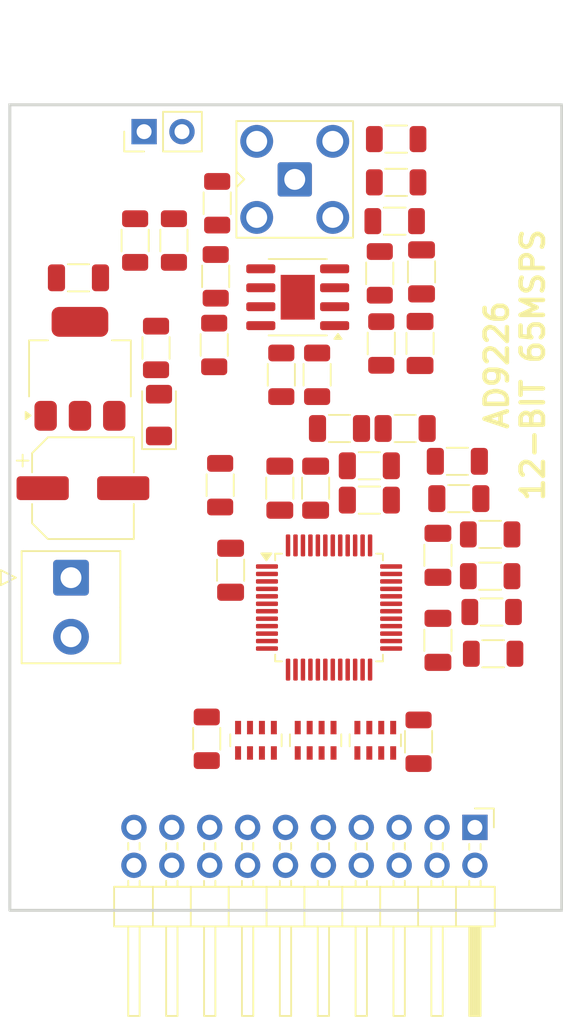
<source format=kicad_pcb>
(kicad_pcb (version 20240108) (generator "pcbnew") (generator_version "8.0")
  (layers (0 "F.Cu" signal) (31 "B.Cu" signal) (34 "B.Paste" user) (35 "F.Paste" user) (36 "B.SilkS" user "B.Silkscreen") (37 "F.SilkS" user "F.Silkscreen") (38 "B.Mask" user) (39 "F.Mask" user) (44 "Edge.Cuts" user))
  (net 0 "")
  (footprint "Resistor_SMD:R_1206_3216Metric" (layer "F.Cu") (at 88.4 92.7)
    (property "Reference" "REF**" (hide yes))
    (property "Value" "R_1206_3216Metric" (hide yes))
    (fp_line (start -0.727064 -0.91) (end 0.727064 -0.91) (stroke (width 0.12)) (layer "F.SilkS"))
    (fp_line (start -0.727064 0.91) (end 0.727064 0.91) (stroke (width 0.12)) (layer "F.SilkS"))
    (pad "1" smd roundrect (at -1.4625 0) (size 1.125 1.75) (layers "F.Cu" "F.Paste" "F.Mask") (roundrect_rratio 0.222222))
    (pad "2" smd roundrect (at 1.4625 0) (size 1.125 1.75) (layers "F.Cu" "F.Paste" "F.Mask") (roundrect_rratio 0.222222))
  )
  (footprint "Resistor_SMD:R_1206_3216Metric" (layer "F.Cu") (at 70.9 96.6 90)
    (property "Reference" "REF**" (hide yes))
    (property "Value" "R_1206_3216Metric" (hide yes))
    (fp_line (start -0.727064 -0.91) (end 0.727064 -0.91) (stroke (width 0.12)) (layer "F.SilkS"))
    (fp_line (start -0.727064 0.91) (end 0.727064 0.91) (stroke (width 0.12)) (layer "F.SilkS"))
    (pad "1" smd roundrect (at -1.4625 0 90) (size 1.125 1.75) (layers "F.Cu" "F.Paste" "F.Mask") (roundrect_rratio 0.222222))
    (pad "2" smd roundrect (at 1.4625 0 90) (size 1.125 1.75) (layers "F.Cu" "F.Paste" "F.Mask") (roundrect_rratio 0.222222))
  )
  (footprint "MountingHole:MountingHole_3.2mm_M3" (layer "F.Cu") (at 66.5 129.5)
    (property "Reference" "REF**" (hide yes))
    (property "Value" "MountingHole_3.2mm_M3" (hide yes))
    (pad "" np_thru_hole circle (at 0 0) (size 3.2 3.2) (drill 3.2) (layers "*.Cu" "*.Mask"))
  )
  (footprint "Resistor_SMD:R_1206_3216Metric" (layer "F.Cu") (at 94.9 124.3)
    (property "Reference" "REF**" (hide yes))
    (property "Value" "R_1206_3216Metric" (hide yes))
    (fp_line (start -0.727064 -0.91) (end 0.727064 -0.91) (stroke (width 0.12)) (layer "F.SilkS"))
    (fp_line (start -0.727064 0.91) (end 0.727064 0.91) (stroke (width 0.12)) (layer "F.SilkS"))
    (pad "1" smd roundrect (at -1.4625 0) (size 1.125 1.75) (layers "F.Cu" "F.Paste" "F.Mask") (roundrect_rratio 0.222222))
    (pad "2" smd roundrect (at 1.4625 0) (size 1.125 1.75) (layers "F.Cu" "F.Paste" "F.Mask") (roundrect_rratio 0.222222))
  )
  (footprint "Capacitor_SMD:C_1206_3216Metric" (layer "F.Cu") (at 84.6 109.2)
    (property "Reference" "REF**" (hide yes))
    (property "Value" "C_1206_3216Metric")
    (fp_line (start -0.711252 -0.91) (end 0.711252 -0.91) (stroke (width 0.12)) (layer "F.SilkS"))
    (fp_line (start -0.711252 0.91) (end 0.711252 0.91) (stroke (width 0.12)) (layer "F.SilkS"))
    (pad "1" smd roundrect (at -1.475 0) (size 1.15 1.8) (layers "F.Cu" "F.Paste" "F.Mask") (roundrect_rratio 0.217391))
    (pad "2" smd roundrect (at 1.475 0) (size 1.15 1.8) (layers "F.Cu" "F.Paste" "F.Mask") (roundrect_rratio 0.217391))
  )
  (footprint "Resistor_SMD:R_1206_3216Metric" (layer "F.Cu") (at 83.1 105.6 90)
    (property "Reference" "REF**" (hide yes))
    (property "Value" "R_1206_3216Metric")
    (fp_line (start -0.727064 -0.91) (end 0.727064 -0.91) (stroke (width 0.12)) (layer "F.SilkS"))
    (fp_line (start -0.727064 0.91) (end 0.727064 0.91) (stroke (width 0.12)) (layer "F.SilkS"))
    (pad "1" smd roundrect (at -1.4625 0 90) (size 1.125 1.75) (layers "F.Cu" "F.Paste" "F.Mask") (roundrect_rratio 0.222222))
    (pad "2" smd roundrect (at 1.4625 0 90) (size 1.125 1.75) (layers "F.Cu" "F.Paste" "F.Mask") (roundrect_rratio 0.222222))
  )
  (footprint "Capacitor_SMD:CP_Elec_6.3x7.7" (layer "F.Cu") (at 67.4 113.2)
    (property "Reference" "REF**" (hide yes))
    (property "Value" "CP_Elec_6.3x7.7" (hide yes))
    (fp_line (start -4.4375 -1.8475) (end -3.65 -1.8475) (stroke (width 0.12)) (layer "F.SilkS"))
    (fp_line (start -4.04375 -2.24125) (end -4.04375 -1.45375) (stroke (width 0.12)) (layer "F.SilkS"))
    (fp_line (start -3.41 -2.345563) (end -3.41 -1.06) (stroke (width 0.12)) (layer "F.SilkS"))
    (fp_line (start -3.41 -2.345563) (end -2.345563 -3.41) (stroke (width 0.12)) (layer "F.SilkS"))
    (fp_line (start -3.41 2.345563) (end -3.41 1.06) (stroke (width 0.12)) (layer "F.SilkS"))
    (fp_line (start -3.41 2.345563) (end -2.345563 3.41) (stroke (width 0.12)) (layer "F.SilkS"))
    (fp_line (start -2.345563 -3.41) (end 3.41 -3.41) (stroke (width 0.12)) (layer "F.SilkS"))
    (fp_line (start -2.345563 3.41) (end 3.41 3.41) (stroke (width 0.12)) (layer "F.SilkS"))
    (fp_line (start 3.41 -3.41) (end 3.41 -1.06) (stroke (width 0.12)) (layer "F.SilkS"))
    (fp_line (start 3.41 3.41) (end 3.41 1.06) (stroke (width 0.12)) (layer "F.SilkS"))
    (pad "1" smd roundrect (at -2.7 0) (size 3.5 1.6) (layers "F.Cu" "F.Paste" "F.Mask") (roundrect_rratio 0.15625))
    (pad "2" smd roundrect (at 2.7 0) (size 3.5 1.6) (layers "F.Cu" "F.Paste" "F.Mask") (roundrect_rratio 0.15625))
  )
  (footprint "Resistor_SMD:R_1206_3216Metric" (layer "F.Cu") (at 73.5 96.6 90)
    (property "Reference" "REF**" (hide yes))
    (property "Value" "R_1206_3216Metric")
    (fp_line (start -0.727064 -0.91) (end 0.727064 -0.91) (stroke (width 0.12)) (layer "F.SilkS"))
    (fp_line (start -0.727064 0.91) (end 0.727064 0.91) (stroke (width 0.12)) (layer "F.SilkS"))
    (pad "1" smd roundrect (at -1.4625 0 90) (size 1.125 1.75) (layers "F.Cu" "F.Paste" "F.Mask") (roundrect_rratio 0.222222))
    (pad "2" smd roundrect (at 1.4625 0 90) (size 1.125 1.75) (layers "F.Cu" "F.Paste" "F.Mask") (roundrect_rratio 0.222222))
  )
  (footprint "MountingHole:MountingHole_3.2mm_M3" (layer "F.Cu") (at 95.5 129.5)
    (property "Reference" "REF**" (hide yes))
    (property "Value" "MountingHole_3.2mm_M3" (hide yes))
    (pad "" np_thru_hole circle (at 0 0) (size 3.2 3.2) (drill 3.2) (layers "*.Cu" "*.Mask"))
  )
  (footprint "Package_SO:SOIC-8-1EP_3.9x4.9mm_P1.27mm_EP2.29x3mm" (layer "F.Cu") (at 81.8 100.4 180)
    (property "Reference" "REF**" (hide yes))
    (property "Value" "SOIC-8-1EP_3.9x4.9mm_P1.27mm_EP2.29x3mm" (hide yes))
    (fp_line (start 0 2.56) (end 1.95 2.56) (stroke (width 0.12)) (layer "F.SilkS"))
    (fp_line (start 0 2.56) (end -1.95 2.56) (stroke (width 0.12)) (layer "F.SilkS"))
    (fp_line (start 0 -2.56) (end 1.95 -2.56) (stroke (width 0.12)) (layer "F.SilkS"))
    (fp_line (start 0 -2.56) (end -1.95 -2.56) (stroke (width 0.12)) (layer "F.SilkS"))
    (fp_poly (pts (xy -2.7 -2.465) (xy -2.94 -2.795) (xy -2.46 -2.795) (xy -2.7 -2.465)) (stroke (width 0.12)) (fill solid) (layer "F.SilkS"))
    (pad "1" smd roundrect (at -2.475 -1.905 180) (size 1.95 0.6) (layers "F.Cu" "F.Paste" "F.Mask"))
    (pad "2" smd roundrect (at -2.475 -0.635 180) (size 1.95 0.6) (layers "F.Cu" "F.Paste" "F.Mask"))
    (pad "3" smd roundrect (at -2.475 0.635 180) (size 1.95 0.6) (layers "F.Cu" "F.Paste" "F.Mask"))
    (pad "4" smd roundrect (at -2.475 1.905 180) (size 1.95 0.6) (layers "F.Cu" "F.Paste" "F.Mask"))
    (pad "5" smd roundrect (at 2.475 1.905 180) (size 1.95 0.6) (layers "F.Cu" "F.Paste" "F.Mask"))
    (pad "6" smd roundrect (at 2.475 0.635 180) (size 1.95 0.6) (layers "F.Cu" "F.Paste" "F.Mask"))
    (pad "7" smd roundrect (at 2.475 -0.635 180) (size 1.95 0.6) (layers "F.Cu" "F.Paste" "F.Mask"))
    (pad "8" smd roundrect (at 2.475 -1.905 180) (size 1.95 0.6) (layers "F.Cu" "F.Paste" "F.Mask"))
    (pad "9" smd rect (at 0 0 180) (size 2.29 3) (property pad_prop_heatsink) (layers "F.Cu" "F.Mask"))
  )
  (footprint "Capacitor_SMD:C_1206_3216Metric" (layer "F.Cu") (at 92.5 111.4)
    (property "Reference" "REF**" (hide yes))
    (property "Value" "C_1206_3216Metric" (hide yes))
    (fp_line (start -0.711252 -0.91) (end 0.711252 -0.91) (stroke (width 0.12)) (layer "F.SilkS"))
    (fp_line (start -0.711252 0.91) (end 0.711252 0.91) (stroke (width 0.12)) (layer "F.SilkS"))
    (pad "1" smd roundrect (at -1.475 0) (size 1.15 1.8) (layers "F.Cu" "F.Paste" "F.Mask") (roundrect_rratio 0.217391))
    (pad "2" smd roundrect (at 1.475 0) (size 1.15 1.8) (layers "F.Cu" "F.Paste" "F.Mask") (roundrect_rratio 0.217391))
  )
  (footprint "Capacitor_SMD:C_1206_3216Metric" (layer "F.Cu") (at 86.6 114)
    (property "Reference" "REF**" (hide yes))
    (property "Value" "C_1206_3216Metric")
    (fp_line (start -0.711252 -0.91) (end 0.711252 -0.91) (stroke (width 0.12)) (layer "F.SilkS"))
    (fp_line (start -0.711252 0.91) (end 0.711252 0.91) (stroke (width 0.12)) (layer "F.SilkS"))
    (pad "1" smd roundrect (at -1.475 0) (size 1.15 1.8) (layers "F.Cu" "F.Paste" "F.Mask") (roundrect_rratio 0.217391))
    (pad "2" smd roundrect (at 1.475 0) (size 1.15 1.8) (layers "F.Cu" "F.Paste" "F.Mask") (roundrect_rratio 0.217391))
  )
  (footprint "Capacitor_SMD:C_1206_3216Metric" (layer "F.Cu") (at 83 113.2 90)
    (property "Reference" "REF**" (hide yes))
    (property "Value" "C_1206_3216Metric" (hide yes))
    (fp_line (start -0.711252 -0.91) (end 0.711252 -0.91) (stroke (width 0.12)) (layer "F.SilkS"))
    (fp_line (start -0.711252 0.91) (end 0.711252 0.91) (stroke (width 0.12)) (layer "F.SilkS"))
    (pad "1" smd roundrect (at -1.475 0 90) (size 1.15 1.8) (layers "F.Cu" "F.Paste" "F.Mask") (roundrect_rratio 0.217391))
    (pad "2" smd roundrect (at 1.475 0 90) (size 1.15 1.8) (layers "F.Cu" "F.Paste" "F.Mask") (roundrect_rratio 0.217391))
  )
  (footprint "Resistor_SMD:R_1206_3216Metric" (layer "F.Cu") (at 94.7 116.3)
    (property "Reference" "REF**" (hide yes))
    (property "Value" "R_1206_3216Metric" (hide yes))
    (fp_line (start -0.727064 -0.91) (end 0.727064 -0.91) (stroke (width 0.12)) (layer "F.SilkS"))
    (fp_line (start -0.727064 0.91) (end 0.727064 0.91) (stroke (width 0.12)) (layer "F.SilkS"))
    (pad "1" smd roundrect (at -1.4625 0) (size 1.125 1.75) (layers "F.Cu" "F.Paste" "F.Mask") (roundrect_rratio 0.222222))
    (pad "2" smd roundrect (at 1.4625 0) (size 1.125 1.75) (layers "F.Cu" "F.Paste" "F.Mask") (roundrect_rratio 0.222222))
  )
  (footprint "Resistor_SMD:R_1206_3216Metric" (layer "F.Cu") (at 75.7 130 90)
    (property "Reference" "REF**" (hide yes))
    (property "Value" "R_1206_3216Metric" (hide yes))
    (fp_line (start -0.727064 -0.91) (end 0.727064 -0.91) (stroke (width 0.12)) (layer "F.SilkS"))
    (fp_line (start -0.727064 0.91) (end 0.727064 0.91) (stroke (width 0.12)) (layer "F.SilkS"))
    (pad "1" smd roundrect (at -1.4625 0 90) (size 1.125 1.75) (layers "F.Cu" "F.Paste" "F.Mask") (roundrect_rratio 0.222222))
    (pad "2" smd roundrect (at 1.4625 0 90) (size 1.125 1.75) (layers "F.Cu" "F.Paste" "F.Mask") (roundrect_rratio 0.222222))
  )
  (footprint "LED_SMD:LED_1206_3216Metric" (layer "F.Cu") (at 72.5 108.3 90)
    (property "Reference" "REF**" (hide yes))
    (property "Value" "LED_1206_3216Metric" (hide yes))
    (fp_line (start 1.6 -1.135) (end -2.285 -1.135) (stroke (width 0.12)) (layer "F.SilkS"))
    (fp_line (start -2.285 -1.135) (end -2.285 1.135) (stroke (width 0.12)) (layer "F.SilkS"))
    (fp_line (start -2.285 1.135) (end 1.6 1.135) (stroke (width 0.12)) (layer "F.SilkS"))
    (pad "1" smd roundrect (at -1.4 0 90) (size 1.25 1.75) (layers "F.Cu" "F.Paste" "F.Mask") (roundrect_rratio 0.2))
    (pad "2" smd roundrect (at 1.4 0 90) (size 1.25 1.75) (layers "F.Cu" "F.Paste" "F.Mask") (roundrect_rratio 0.2))
  )
  (footprint "Connector_PinHeader_2.54mm:PinHeader_1x02_P2.54mm_Vertical" (layer "F.Cu") (at 71.5 89.3 90)
    (property "Reference" "REF**" (hide yes))
    (property "Value" "PinHeader_1x02_P2.54mm_Vertical" (hide yes))
    (fp_line (start -1.33 -1.33) (end 0 -1.33) (stroke (width 0.12)) (layer "F.SilkS"))
    (fp_line (start -1.33 0) (end -1.33 -1.33) (stroke (width 0.12)) (layer "F.SilkS"))
    (fp_line (start 1.33 1.27) (end 1.33 3.87) (stroke (width 0.12)) (layer "F.SilkS"))
    (fp_line (start -1.33 1.27) (end 1.33 1.27) (stroke (width 0.12)) (layer "F.SilkS"))
    (fp_line (start -1.33 1.27) (end -1.33 3.87) (stroke (width 0.12)) (layer "F.SilkS"))
    (fp_line (start -1.33 3.87) (end 1.33 3.87) (stroke (width 0.12)) (layer "F.SilkS"))
    (pad "1" thru_hole rect (at 0 0 90) (size 1.7 1.7) (drill 1) (layers "*.Cu" "*.Mask"))
    (pad "2" thru_hole oval (at 0 2.54 90) (size 1.7 1.7) (drill 1) (layers "*.Cu" "*.Mask"))
  )
  (footprint "Capacitor_SMD:C_1206_3216Metric" (layer "F.Cu") (at 77.3 118.7 90)
    (property "Reference" "REF**" (hide yes))
    (property "Value" "C_1206_3216Metric" (hide yes))
    (fp_line (start -0.711252 -0.91) (end 0.711252 -0.91) (stroke (width 0.12)) (layer "F.SilkS"))
    (fp_line (start -0.711252 0.91) (end 0.711252 0.91) (stroke (width 0.12)) (layer "F.SilkS"))
    (pad "1" smd roundrect (at -1.475 0 90) (size 1.15 1.8) (layers "F.Cu" "F.Paste" "F.Mask") (roundrect_rratio 0.217391))
    (pad "2" smd roundrect (at 1.475 0 90) (size 1.15 1.8) (layers "F.Cu" "F.Paste" "F.Mask") (roundrect_rratio 0.217391))
  )
  (footprint "Resistor_SMD:R_1206_3216Metric" (layer "F.Cu") (at 88.4 89.8)
    (property "Reference" "REF**" (hide yes))
    (property "Value" "R_1206_3216Metric" (hide yes))
    (fp_line (start -0.727064 -0.91) (end 0.727064 -0.91) (stroke (width 0.12)) (layer "F.SilkS"))
    (fp_line (start -0.727064 0.91) (end 0.727064 0.91) (stroke (width 0.12)) (layer "F.SilkS"))
    (pad "1" smd roundrect (at -1.4625 0) (size 1.125 1.75) (layers "F.Cu" "F.Paste" "F.Mask") (roundrect_rratio 0.222222))
    (pad "2" smd roundrect (at 1.4625 0) (size 1.125 1.75) (layers "F.Cu" "F.Paste" "F.Mask") (roundrect_rratio 0.222222))
  )
  (footprint "Resistor_SMD:R_1206_3216Metric" (layer "F.Cu") (at 94.7 119.1)
    (property "Reference" "REF**" (hide yes))
    (property "Value" "R_1206_3216Metric" (hide yes))
    (fp_line (start -0.727064 -0.91) (end 0.727064 -0.91) (stroke (width 0.12)) (layer "F.SilkS"))
    (fp_line (start -0.727064 0.91) (end 0.727064 0.91) (stroke (width 0.12)) (layer "F.SilkS"))
    (pad "1" smd roundrect (at -1.4625 0) (size 1.125 1.75) (layers "F.Cu" "F.Paste" "F.Mask") (roundrect_rratio 0.222222))
    (pad "2" smd roundrect (at 1.4625 0) (size 1.125 1.75) (layers "F.Cu" "F.Paste" "F.Mask") (roundrect_rratio 0.222222))
  )
  (footprint "Capacitor_SMD:C_1206_3216Metric" (layer "F.Cu") (at 80.6 113.2 90)
    (property "Reference" "REF**" (hide yes))
    (property "Value" "C_1206_3216Metric" (hide yes))
    (fp_line (start -0.711252 -0.91) (end 0.711252 -0.91) (stroke (width 0.12)) (layer "F.SilkS"))
    (fp_line (start -0.711252 0.91) (end 0.711252 0.91) (stroke (width 0.12)) (layer "F.SilkS"))
    (pad "1" smd roundrect (at -1.475 0 90) (size 1.15 1.8) (layers "F.Cu" "F.Paste" "F.Mask") (roundrect_rratio 0.217391))
    (pad "2" smd roundrect (at 1.475 0 90) (size 1.15 1.8) (layers "F.Cu" "F.Paste" "F.Mask") (roundrect_rratio 0.217391))
  )
  (footprint "Resistor_SMD:R_1206_3216Metric" (layer "F.Cu") (at 87.4 103.5 90)
    (property "Reference" "REF**" (hide yes))
    (property "Value" "R_1206_3216Metric")
    (fp_line (start -0.727064 -0.91) (end 0.727064 -0.91) (stroke (width 0.12)) (layer "F.SilkS"))
    (fp_line (start -0.727064 0.91) (end 0.727064 0.91) (stroke (width 0.12)) (layer "F.SilkS"))
    (pad "1" smd roundrect (at -1.4625 0 90) (size 1.125 1.75) (layers "F.Cu" "F.Paste" "F.Mask") (roundrect_rratio 0.222222))
    (pad "2" smd roundrect (at 1.4625 0 90) (size 1.125 1.75) (layers "F.Cu" "F.Paste" "F.Mask") (roundrect_rratio 0.222222))
  )
  (footprint "Capacitor_SMD:C_1206_3216Metric" (layer "F.Cu") (at 89 109.2)
    (property "Reference" "REF**" (hide yes))
    (property "Value" "C_1206_3216Metric" (hide yes))
    (fp_line (start -0.711252 -0.91) (end 0.711252 -0.91) (stroke (width 0.12)) (layer "F.SilkS"))
    (fp_line (start -0.711252 0.91) (end 0.711252 0.91) (stroke (width 0.12)) (layer "F.SilkS"))
    (pad "1" smd roundrect (at -1.475 0) (size 1.15 1.8) (layers "F.Cu" "F.Paste" "F.Mask") (roundrect_rratio 0.217391))
    (pad "2" smd roundrect (at 1.475 0) (size 1.15 1.8) (layers "F.Cu" "F.Paste" "F.Mask") (roundrect_rratio 0.217391))
  )
  (footprint "Resistor_SMD:R_1206_3216Metric" (layer "F.Cu") (at 87.3 98.8 90)
    (property "Reference" "REF**" (hide yes))
    (property "Value" "R_1206_3216Metric")
    (fp_line (start -0.727064 -0.91) (end 0.727064 -0.91) (stroke (width 0.12)) (layer "F.SilkS"))
    (fp_line (start -0.727064 0.91) (end 0.727064 0.91) (stroke (width 0.12)) (layer "F.SilkS"))
    (pad "1" smd roundrect (at -1.4625 0 90) (size 1.125 1.75) (layers "F.Cu" "F.Paste" "F.Mask") (roundrect_rratio 0.222222))
    (pad "2" smd roundrect (at 1.4625 0 90) (size 1.125 1.75) (layers "F.Cu" "F.Paste" "F.Mask") (roundrect_rratio 0.222222))
  )
  (footprint "Resistor_SMD:R_Array_Concave_4x0603" (layer "F.Cu") (at 87 130.1 90)
    (property "Reference" "REF**" (hide yes))
    (property "Value" "R_Array_Concave_4x0603" (hide yes))
    (fp_line (start 0.4 -1.72) (end -0.4 -1.72) (stroke (width 0.12)) (layer "F.SilkS"))
    (fp_line (start 0.4 1.72) (end -0.4 1.72) (stroke (width 0.12)) (layer "F.SilkS"))
    (pad "1" smd rect (at -0.85 -1.2 90) (size 0.9 0.4) (layers "F.Cu" "F.Paste" "F.Mask"))
    (pad "2" smd rect (at -0.85 -0.4 90) (size 0.9 0.4) (layers "F.Cu" "F.Paste" "F.Mask"))
    (pad "3" smd rect (at -0.85 0.4 90) (size 0.9 0.4) (layers "F.Cu" "F.Paste" "F.Mask"))
    (pad "4" smd rect (at -0.85 1.2 90) (size 0.9 0.4) (layers "F.Cu" "F.Paste" "F.Mask"))
    (pad "5" smd rect (at 0.85 1.2 90) (size 0.9 0.4) (layers "F.Cu" "F.Paste" "F.Mask"))
    (pad "6" smd rect (at 0.85 0.4 90) (size 0.9 0.4) (layers "F.Cu" "F.Paste" "F.Mask"))
    (pad "7" smd rect (at 0.85 -0.4 90) (size 0.9 0.4) (layers "F.Cu" "F.Paste" "F.Mask"))
    (pad "8" smd rect (at 0.85 -1.2 90) (size 0.9 0.4) (layers "F.Cu" "F.Paste" "F.Mask"))
  )
  (footprint "Capacitor_SMD:C_1206_3216Metric" (layer "F.Cu") (at 91.2 117.7 90)
    (property "Reference" "REF**" (hide yes))
    (property "Value" "C_1206_3216Metric" (hide yes))
    (fp_line (start -0.711252 -0.91) (end 0.711252 -0.91) (stroke (width 0.12)) (layer "F.SilkS"))
    (fp_line (start -0.711252 0.91) (end 0.711252 0.91) (stroke (width 0.12)) (layer "F.SilkS"))
    (pad "1" smd roundrect (at -1.475 0 90) (size 1.15 1.8) (layers "F.Cu" "F.Paste" "F.Mask") (roundrect_rratio 0.217391))
    (pad "2" smd roundrect (at 1.475 0 90) (size 1.15 1.8) (layers "F.Cu" "F.Paste" "F.Mask") (roundrect_rratio 0.217391))
  )
  (footprint "Capacitor_SMD:C_1206_3216Metric" (layer "F.Cu") (at 67.1 99.1)
    (property "Reference" "REF**" (hide yes))
    (property "Value" "C_1206_3216Metric" (hide yes))
    (fp_line (start -0.711252 -0.91) (end 0.711252 -0.91) (stroke (width 0.12)) (layer "F.SilkS"))
    (fp_line (start -0.711252 0.91) (end 0.711252 0.91) (stroke (width 0.12)) (layer "F.SilkS"))
    (pad "1" smd roundrect (at -1.475 0) (size 1.15 1.8) (layers "F.Cu" "F.Paste" "F.Mask") (roundrect_rratio 0.217391))
    (pad "2" smd roundrect (at 1.475 0) (size 1.15 1.8) (layers "F.Cu" "F.Paste" "F.Mask") (roundrect_rratio 0.217391))
  )
  (footprint "Resistor_SMD:R_1206_3216Metric" (layer "F.Cu") (at 94.8 121.5)
    (property "Reference" "REF**" (hide yes))
    (property "Value" "R_1206_3216Metric" (hide yes))
    (fp_line (start -0.727064 -0.91) (end 0.727064 -0.91) (stroke (width 0.12)) (layer "F.SilkS"))
    (fp_line (start -0.727064 0.91) (end 0.727064 0.91) (stroke (width 0.12)) (layer "F.SilkS"))
    (pad "1" smd roundrect (at -1.4625 0) (size 1.125 1.75) (layers "F.Cu" "F.Paste" "F.Mask") (roundrect_rratio 0.222222))
    (pad "2" smd roundrect (at 1.4625 0) (size 1.125 1.75) (layers "F.Cu" "F.Paste" "F.Mask") (roundrect_rratio 0.222222))
  )
  (footprint "Resistor_SMD:R_Array_Concave_4x0603" (layer "F.Cu") (at 83 130.1 90)
    (property "Reference" "REF**" (hide yes))
    (property "Value" "R_Array_Concave_4x0603" (hide yes))
    (fp_line (start 0.4 -1.72) (end -0.4 -1.72) (stroke (width 0.12)) (layer "F.SilkS"))
    (fp_line (start 0.4 1.72) (end -0.4 1.72) (stroke (width 0.12)) (layer "F.SilkS"))
    (pad "1" smd rect (at -0.85 -1.2 90) (size 0.9 0.4) (layers "F.Cu" "F.Paste" "F.Mask"))
    (pad "2" smd rect (at -0.85 -0.4 90) (size 0.9 0.4) (layers "F.Cu" "F.Paste" "F.Mask"))
    (pad "3" smd rect (at -0.85 0.4 90) (size 0.9 0.4) (layers "F.Cu" "F.Paste" "F.Mask"))
    (pad "4" smd rect (at -0.85 1.2 90) (size 0.9 0.4) (layers "F.Cu" "F.Paste" "F.Mask"))
    (pad "5" smd rect (at 0.85 1.2 90) (size 0.9 0.4) (layers "F.Cu" "F.Paste" "F.Mask"))
    (pad "6" smd rect (at 0.85 0.4 90) (size 0.9 0.4) (layers "F.Cu" "F.Paste" "F.Mask"))
    (pad "7" smd rect (at 0.85 -0.4 90) (size 0.9 0.4) (layers "F.Cu" "F.Paste" "F.Mask"))
    (pad "8" smd rect (at 0.85 -1.2 90) (size 0.9 0.4) (layers "F.Cu" "F.Paste" "F.Mask"))
  )
  (footprint "Capacitor_SMD:C_1206_3216Metric" (layer "F.Cu") (at 91.2 123.4 90)
    (property "Reference" "REF**" (hide yes))
    (property "Value" "C_1206_3216Metric" (hide yes))
    (fp_line (start -0.711252 -0.91) (end 0.711252 -0.91) (stroke (width 0.12)) (layer "F.SilkS"))
    (fp_line (start -0.711252 0.91) (end 0.711252 0.91) (stroke (width 0.12)) (layer "F.SilkS"))
    (pad "1" smd roundrect (at -1.475 0 90) (size 1.15 1.8) (layers "F.Cu" "F.Paste" "F.Mask") (roundrect_rratio 0.217391))
    (pad "2" smd roundrect (at 1.475 0 90) (size 1.15 1.8) (layers "F.Cu" "F.Paste" "F.Mask") (roundrect_rratio 0.217391))
  )
  (footprint "MountingHole:MountingHole_3.2mm_M3" (layer "F.Cu") (at 66.5 91.5)
    (property "Reference" "REF**" (hide yes))
    (property "Value" "MountingHole_3.2mm_M3" (hide yes))
    (pad "" np_thru_hole circle (at 0 0) (size 3.2 3.2) (drill 3.2) (layers "*.Cu" "*.Mask"))
  )
  (footprint "Resistor_SMD:R_1206_3216Metric" (layer "F.Cu") (at 76.2 103.6 90)
    (property "Reference" "REF**" (hide yes))
    (property "Value" "R_1206_3216Metric")
    (fp_line (start -0.727064 -0.91) (end 0.727064 -0.91) (stroke (width 0.12)) (layer "F.SilkS"))
    (fp_line (start -0.727064 0.91) (end 0.727064 0.91) (stroke (width 0.12)) (layer "F.SilkS"))
    (pad "1" smd roundrect (at -1.4625 0 90) (size 1.125 1.75) (layers "F.Cu" "F.Paste" "F.Mask") (roundrect_rratio 0.222222))
    (pad "2" smd roundrect (at 1.4625 0 90) (size 1.125 1.75) (layers "F.Cu" "F.Paste" "F.Mask") (roundrect_rratio 0.222222))
  )
  (footprint "Resistor_SMD:R_1206_3216Metric" (layer "F.Cu") (at 89.9 130.2 90)
    (property "Reference" "REF**" (hide yes))
    (property "Value" "R_1206_3216Metric" (hide yes))
    (fp_line (start -0.727064 -0.91) (end 0.727064 -0.91) (stroke (width 0.12)) (layer "F.SilkS"))
    (fp_line (start -0.727064 0.91) (end 0.727064 0.91) (stroke (width 0.12)) (layer "F.SilkS"))
    (pad "1" smd roundrect (at -1.4625 0 90) (size 1.125 1.75) (layers "F.Cu" "F.Paste" "F.Mask") (roundrect_rratio 0.222222))
    (pad "2" smd roundrect (at 1.4625 0 90) (size 1.125 1.75) (layers "F.Cu" "F.Paste" "F.Mask") (roundrect_rratio 0.222222))
  )
  (footprint "Connector_TE-Connectivity:TE_826576-2_1x02_P3.96mm_Vertical" (layer "F.Cu") (at 66.6 119.2 -90)
    (property "Reference" "REF**" (hide yes))
    (property "Value" "TE_826576-2_1x02_P3.96mm_Vertical" (hide yes))
    (fp_line (start -0.5 4.7) (end 0 3.7) (stroke (width 0.12)) (layer "F.SilkS"))
    (fp_line (start 0.5 4.7) (end -0.5 4.7) (stroke (width 0.12)) (layer "F.SilkS"))
    (fp_line (start 0 3.7) (end 0.5 4.7) (stroke (width 0.12)) (layer "F.SilkS"))
    (fp_line (start -1.78 3.31) (end 1.98 3.31) (stroke (width 0.12)) (layer "F.SilkS"))
    (fp_line (start 5.74 3.31) (end 1.98 3.31) (stroke (width 0.12)) (layer "F.SilkS"))
    (fp_line (start -1.78 -3.31) (end -1.78 3.31) (stroke (width 0.12)) (layer "F.SilkS"))
    (fp_line (start 1.98 -3.31) (end -1.78 -3.31) (stroke (width 0.12)) (layer "F.SilkS"))
    (fp_line (start 1.98 -3.31) (end 5.74 -3.31) (stroke (width 0.12)) (layer "F.SilkS"))
    (fp_line (start 5.74 -3.31) (end 5.74 3.31) (stroke (width 0.12)) (layer "F.SilkS"))
    (pad "1" thru_hole roundrect (at 0 0 270) (size 2.4 2.4) (drill 1.4) (layers "*.Cu" "*.Mask") (roundrect_rratio 0.104167))
    (pad "2" thru_hole circle (at 3.96 0 270) (size 2.4 2.4) (drill 1.4) (layers "*.Cu" "*.Mask"))
  )
  (footprint "Capacitor_SMD:C_1206_3216Metric" (layer "F.Cu") (at 90.1 98.7 90)
    (property "Reference" "REF**" (hide yes))
    (property "Value" "C_1206_3216Metric" (hide yes))
    (fp_line (start -0.711252 -0.91) (end 0.711252 -0.91) (stroke (width 0.12)) (layer "F.SilkS"))
    (fp_line (start -0.711252 0.91) (end 0.711252 0.91) (stroke (width 0.12)) (layer "F.SilkS"))
    (pad "1" smd roundrect (at -1.475 0 90) (size 1.15 1.8) (layers "F.Cu" "F.Paste" "F.Mask") (roundrect_rratio 0.217391))
    (pad "2" smd roundrect (at 1.475 0 90) (size 1.15 1.8) (layers "F.Cu" "F.Paste" "F.Mask") (roundrect_rratio 0.217391))
  )
  (footprint "Resistor_SMD:R_1206_3216Metric" (layer "F.Cu") (at 76.6 113 90)
    (property "Reference" "REF**" (hide yes))
    (property "Value" "R_1206_3216Metric")
    (fp_line (start -0.727064 -0.91) (end 0.727064 -0.91) (stroke (width 0.12)) (layer "F.SilkS"))
    (fp_line (start -0.727064 0.91) (end 0.727064 0.91) (stroke (width 0.12)) (layer "F.SilkS"))
    (pad "1" smd roundrect (at -1.4625 0 90) (size 1.125 1.75) (layers "F.Cu" "F.Paste" "F.Mask") (roundrect_rratio 0.222222))
    (pad "2" smd roundrect (at 1.4625 0 90) (size 1.125 1.75) (layers "F.Cu" "F.Paste" "F.Mask") (roundrect_rratio 0.222222))
  )
  (footprint "Capacitor_SMD:C_1206_3216Metric" (layer "F.Cu") (at 86.6 111.7)
    (property "Reference" "REF**" (hide yes))
    (property "Value" "C_1206_3216Metric")
    (fp_line (start -0.711252 -0.91) (end 0.711252 -0.91) (stroke (width 0.12)) (layer "F.SilkS"))
    (fp_line (start -0.711252 0.91) (end 0.711252 0.91) (stroke (width 0.12)) (layer "F.SilkS"))
    (pad "1" smd roundrect (at -1.475 0) (size 1.15 1.8) (layers "F.Cu" "F.Paste" "F.Mask") (roundrect_rratio 0.217391))
    (pad "2" smd roundrect (at 1.475 0) (size 1.15 1.8) (layers "F.Cu" "F.Paste" "F.Mask") (roundrect_rratio 0.217391))
  )
  (footprint "Package_TO_SOT_SMD:SOT-223" (layer "F.Cu") (at 67.2 105.2 90)
    (property "Reference" "REF**" (hide yes))
    (property "Value" "SOT-223")
    (fp_line (start 1.91 -3.41) (end 1.91 -2.15) (stroke (width 0.12)) (layer "F.SilkS"))
    (fp_line (start -1.85 -3.41) (end 1.91 -3.41) (stroke (width 0.12)) (layer "F.SilkS"))
    (fp_line (start 1.91 3.41) (end 1.91 2.15) (stroke (width 0.12)) (layer "F.SilkS"))
    (fp_line (start -1.85 3.41) (end 1.91 3.41) (stroke (width 0.12)) (layer "F.SilkS"))
    (fp_poly (pts (xy -3.13 -3.31) (xy -3.37 -3.64) (xy -2.89 -3.64) (xy -3.13 -3.31)) (stroke (width 0.12)) (fill solid) (layer "F.SilkS"))
    (pad "1" smd roundrect (at -3.15 -2.3 90) (size 2 1.5) (layers "F.Cu" "F.Paste" "F.Mask"))
    (pad "2" smd roundrect (at -3.15 0 90) (size 2 1.5) (layers "F.Cu" "F.Paste" "F.Mask"))
    (pad "3" smd roundrect (at -3.15 2.3 90) (size 2 1.5) (layers "F.Cu" "F.Paste" "F.Mask"))
    (pad "4" smd roundrect (at 3.15 0 90) (size 2 3.8) (layers "F.Cu" "F.Paste" "F.Mask"))
  )
  (footprint "Connector_Coaxial:SMA_BAT_Wireless_BWSMA-KWE-Z001" (layer "F.Cu") (at 81.6 92.5)
    (property "Reference" "REF**" (hide yes))
    (property "Value" "SMA_BAT_Wireless_BWSMA-KWE-Z001" (hide yes))
    (fp_line (start -3.885 0.5) (end -3.385 0) (stroke (width 0.12)) (layer "F.SilkS"))
    (fp_line (start -3.385 0) (end -3.885 -0.5) (stroke (width 0.12)) (layer "F.SilkS"))
    (fp_rect (start -3.91 -3.91) (end 3.91 3.91) (stroke (width 0.12)) (fill none) (layer "F.SilkS"))
    (pad "1" thru_hole roundrect (at 0 0) (size 2.3 2.3) (drill 1.4) (layers "*.Cu" "*.Mask") (roundrect_rratio 0.087))
    (pad "2" thru_hole circle (at -2.55 -2.55) (size 2.2 2.2) (drill 1.4) (layers "*.Cu" "*.Mask"))
    (pad "2" thru_hole circle (at -2.55 2.55) (size 2.2 2.2) (drill 1.4) (layers "*.Cu" "*.Mask"))
    (pad "2" thru_hole circle (at 2.55 -2.55) (size 2.2 2.2) (drill 1.4) (layers "*.Cu" "*.Mask"))
    (pad "2" thru_hole circle (at 2.55 2.55) (size 2.2 2.2) (drill 1.4) (layers "*.Cu" "*.Mask"))
  )
  (footprint "Resistor_SMD:R_1206_3216Metric" (layer "F.Cu") (at 72.3 103.8 90)
    (property "Reference" "REF**" (hide yes))
    (property "Value" "R_1206_3216Metric" (hide yes))
    (fp_line (start -0.727064 -0.91) (end 0.727064 -0.91) (stroke (width 0.12)) (layer "F.SilkS"))
    (fp_line (start -0.727064 0.91) (end 0.727064 0.91) (stroke (width 0.12)) (layer "F.SilkS"))
    (pad "1" smd roundrect (at -1.4625 0 90) (size 1.125 1.75) (layers "F.Cu" "F.Paste" "F.Mask") (roundrect_rratio 0.222222))
    (pad "2" smd roundrect (at 1.4625 0 90) (size 1.125 1.75) (layers "F.Cu" "F.Paste" "F.Mask") (roundrect_rratio 0.222222))
  )
  (footprint "Connector_PinHeader_2.54mm:PinHeader_2x10_P2.54mm_Horizontal" (layer "F.Cu") (at 93.68 135.94 -90)
    (property "Reference" "REF**" (hide yes))
    (property "Value" "PinHeader_2x10_P2.54mm_Horizontal" (hide yes))
    (fp_line (start 3.98 24.19) (end 6.64 24.19) (stroke (width 0.12)) (layer "F.SilkS"))
    (fp_line (start 6.64 24.19) (end 6.64 -1.33) (stroke (width 0.12)) (layer "F.SilkS"))
    (fp_line (start 1.042929 23.24) (end 1.497071 23.24) (stroke (width 0.12)) (layer "F.SilkS"))
    (fp_line (start 3.582929 23.24) (end 3.98 23.24) (stroke (width 0.12)) (layer "F.SilkS"))
    (fp_line (start 12.64 23.24) (end 6.64 23.24) (stroke (width 0.12)) (layer "F.SilkS"))
    (fp_line (start 1.042929 22.48) (end 1.497071 22.48) (stroke (width 0.12)) (layer "F.SilkS"))
    (fp_line (start 3.582929 22.48) (end 3.98 22.48) (stroke (width 0.12)) (layer "F.SilkS"))
    (fp_line (start 6.64 22.48) (end 12.64 22.48) (stroke (width 0.12)) (layer "F.SilkS"))
    (fp_line (start 12.64 22.48) (end 12.64 23.24) (stroke (width 0.12)) (layer "F.SilkS"))
    (fp_line (start 3.98 21.59) (end 6.64 21.59) (stroke (width 0.12)) (layer "F.SilkS"))
    (fp_line (start 1.042929 20.7) (end 1.497071 20.7) (stroke (width 0.12)) (layer "F.SilkS"))
    (fp_line (start 3.582929 20.7) (end 3.98 20.7) (stroke (width 0.12)) (layer "F.SilkS"))
    (fp_line (start 12.64 20.7) (end 6.64 20.7) (stroke (width 0.12)) (layer "F.SilkS"))
    (fp_line (start 1.042929 19.94) (end 1.497071 19.94) (stroke (width 0.12)) (layer "F.SilkS"))
    (fp_line (start 3.582929 19.94) (end 3.98 19.94) (stroke (width 0.12)) (layer "F.SilkS"))
    (fp_line (start 6.64 19.94) (end 12.64 19.94) (stroke (width 0.12)) (layer "F.SilkS"))
    (fp_line (start 12.64 19.94) (end 12.64 20.7) (stroke (width 0.12)) (layer "F.SilkS"))
    (fp_line (start 3.98 19.05) (end 6.64 19.05) (stroke (width 0.12)) (layer "F.SilkS"))
    (fp_line (start 1.042929 18.16) (end 1.497071 18.16) (stroke (width 0.12)) (layer "F.SilkS"))
    (fp_line (start 3.582929 18.16) (end 3.98 18.16) (stroke (width 0.12)) (layer "F.SilkS"))
    (fp_line (start 12.64 18.16) (end 6.64 18.16) (stroke (width 0.12)) (layer "F.SilkS"))
    (fp_line (start 1.042929 17.4) (end 1.497071 17.4) (stroke (width 0.12)) (layer "F.SilkS"))
    (fp_line (start 3.582929 17.4) (end 3.98 17.4) (stroke (width 0.12)) (layer "F.SilkS"))
    (fp_line (start 6.64 17.4) (end 12.64 17.4) (stroke (width 0.12)) (layer "F.SilkS"))
    (fp_line (start 12.64 17.4) (end 12.64 18.16) (stroke (width 0.12)) (layer "F.SilkS"))
    (fp_line (start 3.98 16.51) (end 6.64 16.51) (stroke (width 0.12)) (layer "F.SilkS"))
    (fp_line (start 1.042929 15.62) (end 1.497071 15.62) (stroke (width 0.12)) (layer "F.SilkS"))
    (fp_line (start 3.582929 15.62) (end 3.98 15.62) (stroke (width 0.12)) (layer "F.SilkS"))
    (fp_line (start 12.64 15.62) (end 6.64 15.62) (stroke (width 0.12)) (layer "F.SilkS"))
    (fp_line (start 1.042929 14.86) (end 1.497071 14.86) (stroke (width 0.12)) (layer "F.SilkS"))
    (fp_line (start 3.582929 14.86) (end 3.98 14.86) (stroke (width 0.12)) (layer "F.SilkS"))
    (fp_line (start 6.64 14.86) (end 12.64 14.86) (stroke (width 0.12)) (layer "F.SilkS"))
    (fp_line (start 12.64 14.86) (end 12.64 15.62) (stroke (width 0.12)) (layer "F.SilkS"))
    (fp_line (start 3.98 13.97) (end 6.64 13.97) (stroke (width 0.12)) (layer "F.SilkS"))
    (fp_line (start 1.042929 13.08) (end 1.497071 13.08) (stroke (width 0.12)) (layer "F.SilkS"))
    (fp_line (start 3.582929 13.08) (end 3.98 13.08) (stroke (width 0.12)) (layer "F.SilkS"))
    (fp_line (start 12.64 13.08) (end 6.64 13.08) (stroke (width 0.12)) (layer "F.SilkS"))
    (fp_line (start 1.042929 12.32) (end 1.497071 12.32) (stroke (width 0.12)) (layer "F.SilkS"))
    (fp_line (start 3.582929 12.32) (end 3.98 12.32) (stroke (width 0.12)) (layer "F.SilkS"))
    (fp_line (start 6.64 12.32) (end 12.64 12.32) (stroke (width 0.12)) (layer "F.SilkS"))
    (fp_line (start 12.64 12.32) (end 12.64 13.08) (stroke (width 0.12)) (layer "F.SilkS"))
    (fp_line (start 3.98 11.43) (end 6.64 11.43) (stroke (width 0.12)) (layer "F.SilkS"))
    (fp_line (start 1.042929 10.54) (end 1.497071 10.54) (stroke (width 0.12)) (layer "F.SilkS"))
    (fp_line (start 3.582929 10.54) (end 3.98 10.54) (stroke (width 0.12)) (layer "F.SilkS"))
    (fp_line (start 12.64 10.54) (end 6.64 10.54) (stroke (width 0.12)) (layer "F.SilkS"))
    (fp_line (start 1.042929 9.78) (end 1.497071 9.78) (stroke (width 0.12)) (layer "F.SilkS"))
    (fp_line (start 3.582929 9.78) (end 3.98 9.78) (stroke (width 0.12)) (layer "F.SilkS"))
    (fp_line (start 6.64 9.78) (end 12.64 9.78) (stroke (width 0.12)) (layer "F.SilkS"))
    (fp_line (start 12.64 9.78) (end 12.64 10.54) (stroke (width 0.12)) (layer "F.SilkS"))
    (fp_line (start 3.98 8.89) (end 6.64 8.89) (stroke (width 0.12)) (layer "F.SilkS"))
    (fp_line (start 1.042929 8) (end 1.497071 8) (stroke (width 0.12)) (layer "F.SilkS"))
    (fp_line (start 3.582929 8) (end 3.98 8) (stroke (width 0.12)) (layer "F.SilkS"))
    (fp_line (start 12.64 8) (end 6.64 8) (stroke (width 0.12)) (layer "F.SilkS"))
    (fp_line (start 1.042929 7.24) (end 1.497071 7.24) (stroke (width 0.12)) (layer "F.SilkS"))
    (fp_line (start 3.582929 7.24) (end 3.98 7.24) (stroke (width 0.12)) (layer "F.SilkS"))
    (fp_line (start 6.64 7.24) (end 12.64 7.24) (stroke (width 0.12)) (layer "F.SilkS"))
    (fp_line (start 12.64 7.24) (end 12.64 8) (stroke (width 0.12)) (layer "F.SilkS"))
    (fp_line (start 3.98 6.35) (end 6.64 6.35) (stroke (width 0.12)) (layer "F.SilkS"))
    (fp_line (start 1.042929 5.46) (end 1.497071 5.46) (stroke (width 0.12)) (layer "F.SilkS"))
    (fp_line (start 3.582929 5.46) (end 3.98 5.46) (stroke (width 0.12)) (layer "F.SilkS"))
    (fp_line (start 12.64 5.46) (end 6.64 5.46) (stroke (width 0.12)) (layer "F.SilkS"))
    (fp_line (start 1.042929 4.7) (end 1.497071 4.7) (stroke (width 0.12)) (layer "F.SilkS"))
    (fp_line (start 3.582929 4.7) (end 3.98 4.7) (stroke (width 0.12)) (layer "F.SilkS"))
    (fp_line (start 6.64 4.7) (end 12.64 4.7) (stroke (width 0.12)) (layer "F.SilkS"))
    (fp_line (start 12.64 4.7) (end 12.64 5.46) (stroke (width 0.12)) (layer "F.SilkS"))
    (fp_line (start 3.98 3.81) (end 6.64 3.81) (stroke (width 0.12)) (layer "F.SilkS"))
    (fp_line (start 1.042929 2.92) (end 1.497071 2.92) (stroke (width 0.12)) (layer "F.SilkS"))
    (fp_line (start 3.582929 2.92) (end 3.98 2.92) (stroke (width 0.12)) (layer "F.SilkS"))
    (fp_line (start 12.64 2.92) (end 6.64 2.92) (stroke (width 0.12)) (layer "F.SilkS"))
    (fp_line (start 1.042929 2.16) (end 1.497071 2.16) (stroke (width 0.12)) (layer "F.SilkS"))
    (fp_line (start 3.582929 2.16) (end 3.98 2.16) (stroke (width 0.12)) (layer "F.SilkS"))
    (fp_line (start 6.64 2.16) (end 12.64 2.16) (stroke (width 0.12)) (layer "F.SilkS"))
    (fp_line (start 12.64 2.16) (end 12.64 2.92) (stroke (width 0.12)) (layer "F.SilkS"))
    (fp_line (start 3.98 1.27) (end 6.64 1.27) (stroke (width 0.12)) (layer "F.SilkS"))
    (fp_line (start 1.11 0.38) (end 1.497071 0.38) (stroke (width 0.12)) (layer "F.SilkS"))
    (fp_line (start 3.582929 0.38) (end 3.98 0.38) (stroke (width 0.12)) (layer "F.SilkS"))
    (fp_line (start 12.64 0.38) (end 6.64 0.38) (stroke (width 0.12)) (layer "F.SilkS"))
    (fp_line (start 6.64 0.28) (end 12.64 0.28) (stroke (width 0.12)) (layer "F.SilkS"))
    (fp_line (start 6.64 0.16) (end 12.64 0.16) (stroke (width 0.12)) (layer "F.SilkS"))
    (fp_line (start 6.64 0.04) (end 12.64 0.04) (stroke (width 0.12)) (layer "F.SilkS"))
    (fp_line (start -1.27 0) (end -1.27 -1.27) (stroke (width 0.12)) (layer "F.SilkS"))
    (fp_line (start 6.64 -0.08) (end 12.64 -0.08) (stroke (width 0.12)) (layer "F.SilkS"))
    (fp_line (start 6.64 -0.2) (end 12.64 -0.2) (stroke (width 0.12)) (layer "F.SilkS"))
    (fp_line (start 6.64 -0.32) (end 12.64 -0.32) (stroke (width 0.12)) (layer "F.SilkS"))
    (fp_line (start 1.11 -0.38) (end 1.497071 -0.38) (stroke (width 0.12)) (layer "F.SilkS"))
    (fp_line (start 3.582929 -0.38) (end 3.98 -0.38) (stroke (width 0.12)) (layer "F.SilkS"))
    (fp_line (start 6.64 -0.38) (end 12.64 -0.38) (stroke (width 0.12)) (layer "F.SilkS"))
    (fp_line (start 12.64 -0.38) (end 12.64 0.38) (stroke (width 0.12)) (layer "F.SilkS"))
    (fp_line (start -1.27 -1.27) (end 0 -1.27) (stroke (width 0.12)) (layer "F.SilkS"))
    (fp_line (start 3.98 -1.33) (end 3.98 24.19) (stroke (width 0.12)) (layer "F.SilkS"))
    (fp_line (start 6.64 -1.33) (end 3.98 -1.33) (stroke (width 0.12)) (layer "F.SilkS"))
    (pad "1" thru_hole rect (at 0 0 270) (size 1.7 1.7) (drill 1) (layers "*.Cu" "*.Mask"))
    (pad "2" thru_hole oval (at 2.54 0 270) (size 1.7 1.7) (drill 1) (layers "*.Cu" "*.Mask"))
    (pad "3" thru_hole oval (at 0 2.54 270) (size 1.7 1.7) (drill 1) (layers "*.Cu" "*.Mask"))
    (pad "4" thru_hole oval (at 2.54 2.54 270) (size 1.7 1.7) (drill 1) (layers "*.Cu" "*.Mask"))
    (pad "5" thru_hole oval (at 0 5.08 270) (size 1.7 1.7) (drill 1) (layers "*.Cu" "*.Mask"))
    (pad "6" thru_hole oval (at 2.54 5.08 270) (size 1.7 1.7) (drill 1) (layers "*.Cu" "*.Mask"))
    (pad "7" thru_hole oval (at 0 7.62 270) (size 1.7 1.7) (drill 1) (layers "*.Cu" "*.Mask"))
    (pad "8" thru_hole oval (at 2.54 7.62 270) (size 1.7 1.7) (drill 1) (layers "*.Cu" "*.Mask"))
    (pad "9" thru_hole oval (at 0 10.16 270) (size 1.7 1.7) (drill 1) (layers "*.Cu" "*.Mask"))
    (pad "10" thru_hole oval (at 2.54 10.16 270) (size 1.7 1.7) (drill 1) (layers "*.Cu" "*.Mask"))
    (pad "11" thru_hole oval (at 0 12.7 270) (size 1.7 1.7) (drill 1) (layers "*.Cu" "*.Mask"))
    (pad "12" thru_hole oval (at 2.54 12.7 270) (size 1.7 1.7) (drill 1) (layers "*.Cu" "*.Mask"))
    (pad "13" thru_hole oval (at 0 15.24 270) (size 1.7 1.7) (drill 1) (layers "*.Cu" "*.Mask"))
    (pad "14" thru_hole oval (at 2.54 15.24 270) (size 1.7 1.7) (drill 1) (layers "*.Cu" "*.Mask"))
    (pad "15" thru_hole oval (at 0 17.78 270) (size 1.7 1.7) (drill 1) (layers "*.Cu" "*.Mask"))
    (pad "16" thru_hole oval (at 2.54 17.78 270) (size 1.7 1.7) (drill 1) (layers "*.Cu" "*.Mask"))
    (pad "17" thru_hole oval (at 0 20.32 270) (size 1.7 1.7) (drill 1) (layers "*.Cu" "*.Mask"))
    (pad "18" thru_hole oval (at 2.54 20.32 270) (size 1.7 1.7) (drill 1) (layers "*.Cu" "*.Mask"))
    (pad "19" thru_hole oval (at 0 22.86 270) (size 1.7 1.7) (drill 1) (layers "*.Cu" "*.Mask"))
    (pad "20" thru_hole oval (at 2.54 22.86 270) (size 1.7 1.7) (drill 1) (layers "*.Cu" "*.Mask"))
  )
  (footprint "Package_QFP:LQFP-48_7x7mm_P0.5mm" (layer "F.Cu") (at 83.9 121.2)
    (property "Reference" "REF**" (hide yes))
    (property "Value" "LQFP-48_7x7mm_P0.5mm" (hide yes))
    (fp_line (start -3.61 -3.61) (end -3.61 -3.16) (stroke (width 0.12)) (layer "F.SilkS"))
    (fp_line (start -3.61 3.61) (end -3.61 3.16) (stroke (width 0.12)) (layer "F.SilkS"))
    (fp_line (start -3.16 -3.61) (end -3.61 -3.61) (stroke (width 0.12)) (layer "F.SilkS"))
    (fp_line (start -3.16 3.61) (end -3.61 3.61) (stroke (width 0.12)) (layer "F.SilkS"))
    (fp_line (start 3.16 -3.61) (end 3.61 -3.61) (stroke (width 0.12)) (layer "F.SilkS"))
    (fp_line (start 3.16 3.61) (end 3.61 3.61) (stroke (width 0.12)) (layer "F.SilkS"))
    (fp_line (start 3.61 -3.61) (end 3.61 -3.16) (stroke (width 0.12)) (layer "F.SilkS"))
    (fp_line (start 3.61 3.61) (end 3.61 3.16) (stroke (width 0.12)) (layer "F.SilkS"))
    (fp_poly (pts (xy -4.2 -3.16) (xy -4.54 -3.63) (xy -3.86 -3.63) (xy -4.2 -3.16)) (stroke (width 0.12)) (fill solid) (layer "F.SilkS"))
    (pad "1" smd roundrect (at -4.1625 -2.75) (size 1.475 0.3) (layers "F.Cu" "F.Paste" "F.Mask"))
    (pad "2" smd roundrect (at -4.1625 -2.25) (size 1.475 0.3) (layers "F.Cu" "F.Paste" "F.Mask"))
    (pad "3" smd roundrect (at -4.1625 -1.75) (size 1.475 0.3) (layers "F.Cu" "F.Paste" "F.Mask"))
    (pad "4" smd roundrect (at -4.1625 -1.25) (size 1.475 0.3) (layers "F.Cu" "F.Paste" "F.Mask"))
    (pad "5" smd roundrect (at -4.1625 -0.75) (size 1.475 0.3) (layers "F.Cu" "F.Paste" "F.Mask"))
    (pad "6" smd roundrect (at -4.1625 -0.25) (size 1.475 0.3) (layers "F.Cu" "F.Paste" "F.Mask"))
    (pad "7" smd roundrect (at -4.1625 0.25) (size 1.475 0.3) (layers "F.Cu" "F.Paste" "F.Mask"))
    (pad "8" smd roundrect (at -4.1625 0.75) (size 1.475 0.3) (layers "F.Cu" "F.Paste" "F.Mask"))
    (pad "9" smd roundrect (at -4.1625 1.25) (size 1.475 0.3) (layers "F.Cu" "F.Paste" "F.Mask"))
    (pad "10" smd roundrect (at -4.1625 1.75) (size 1.475 0.3) (layers "F.Cu" "F.Paste" "F.Mask"))
    (pad "11" smd roundrect (at -4.1625 2.25) (size 1.475 0.3) (layers "F.Cu" "F.Paste" "F.Mask"))
    (pad "12" smd roundrect (at -4.1625 2.75) (size 1.475 0.3) (layers "F.Cu" "F.Paste" "F.Mask"))
    (pad "13" smd roundrect (at -2.75 4.1625) (size 0.3 1.475) (layers "F.Cu" "F.Paste" "F.Mask"))
    (pad "14" smd roundrect (at -2.25 4.1625) (size 0.3 1.475) (layers "F.Cu" "F.Paste" "F.Mask"))
    (pad "15" smd roundrect (at -1.75 4.1625) (size 0.3 1.475) (layers "F.Cu" "F.Paste" "F.Mask"))
    (pad "16" smd roundrect (at -1.25 4.1625) (size 0.3 1.475) (layers "F.Cu" "F.Paste" "F.Mask"))
    (pad "17" smd roundrect (at -0.75 4.1625) (size 0.3 1.475) (layers "F.Cu" "F.Paste" "F.Mask"))
    (pad "18" smd roundrect (at -0.25 4.1625) (size 0.3 1.475) (layers "F.Cu" "F.Paste" "F.Mask"))
    (pad "19" smd roundrect (at 0.25 4.1625) (size 0.3 1.475) (layers "F.Cu" "F.Paste" "F.Mask"))
    (pad "20" smd roundrect (at 0.75 4.1625) (size 0.3 1.475) (layers "F.Cu" "F.Paste" "F.Mask"))
    (pad "21" smd roundrect (at 1.25 4.1625) (size 0.3 1.475) (layers "F.Cu" "F.Paste" "F.Mask"))
    (pad "22" smd roundrect (at 1.75 4.1625) (size 0.3 1.475) (layers "F.Cu" "F.Paste" "F.Mask"))
    (pad "23" smd roundrect (at 2.25 4.1625) (size 0.3 1.475) (layers "F.Cu" "F.Paste" "F.Mask"))
    (pad "24" smd roundrect (at 2.75 4.1625) (size 0.3 1.475) (layers "F.Cu" "F.Paste" "F.Mask"))
    (pad "25" smd roundrect (at 4.1625 2.75) (size 1.475 0.3) (layers "F.Cu" "F.Paste" "F.Mask"))
    (pad "26" smd roundrect (at 4.1625 2.25) (size 1.475 0.3) (layers "F.Cu" "F.Paste" "F.Mask"))
    (pad "27" smd roundrect (at 4.1625 1.75) (size 1.475 0.3) (layers "F.Cu" "F.Paste" "F.Mask"))
    (pad "28" smd roundrect (at 4.1625 1.25) (size 1.475 0.3) (layers "F.Cu" "F.Paste" "F.Mask"))
    (pad "29" smd roundrect (at 4.1625 0.75) (size 1.475 0.3) (layers "F.Cu" "F.Paste" "F.Mask"))
    (pad "30" smd roundrect (at 4.1625 0.25) (size 1.475 0.3) (layers "F.Cu" "F.Paste" "F.Mask"))
    (pad "31" smd roundrect (at 4.1625 -0.25) (size 1.475 0.3) (layers "F.Cu" "F.Paste" "F.Mask"))
    (pad "32" smd roundrect (at 4.1625 -0.75) (size 1.475 0.3) (layers "F.Cu" "F.Paste" "F.Mask"))
    (pad "33" smd roundrect (at 4.1625 -1.25) (size 1.475 0.3) (layers "F.Cu" "F.Paste" "F.Mask"))
    (pad "34" smd roundrect (at 4.1625 -1.75) (size 1.475 0.3) (layers "F.Cu" "F.Paste" "F.Mask"))
    (pad "35" smd roundrect (at 4.1625 -2.25) (size 1.475 0.3) (layers "F.Cu" "F.Paste" "F.Mask"))
    (pad "36" smd roundrect (at 4.1625 -2.75) (size 1.475 0.3) (layers "F.Cu" "F.Paste" "F.Mask"))
    (pad "37" smd roundrect (at 2.75 -4.1625) (size 0.3 1.475) (layers "F.Cu" "F.Paste" "F.Mask"))
    (pad "38" smd roundrect (at 2.25 -4.1625) (size 0.3 1.475) (layers "F.Cu" "F.Paste" "F.Mask"))
    (pad "39" smd roundrect (at 1.75 -4.1625) (size 0.3 1.475) (layers "F.Cu" "F.Paste" "F.Mask"))
    (pad "40" smd roundrect (at 1.25 -4.1625) (size 0.3 1.475) (layers "F.Cu" "F.Paste" "F.Mask"))
    (pad "41" smd roundrect (at 0.75 -4.1625) (size 0.3 1.475) (layers "F.Cu" "F.Paste" "F.Mask"))
    (pad "42" smd roundrect (at 0.25 -4.1625) (size 0.3 1.475) (layers "F.Cu" "F.Paste" "F.Mask"))
    (pad "43" smd roundrect (at -0.25 -4.1625) (size 0.3 1.475) (layers "F.Cu" "F.Paste" "F.Mask"))
    (pad "44" smd roundrect (at -0.75 -4.1625) (size 0.3 1.475) (layers "F.Cu" "F.Paste" "F.Mask"))
    (pad "45" smd roundrect (at -1.25 -4.1625) (size 0.3 1.475) (layers "F.Cu" "F.Paste" "F.Mask"))
    (pad "46" smd roundrect (at -1.75 -4.1625) (size 0.3 1.475) (layers "F.Cu" "F.Paste" "F.Mask"))
    (pad "47" smd roundrect (at -2.25 -4.1625) (size 0.3 1.475) (layers "F.Cu" "F.Paste" "F.Mask"))
    (pad "48" smd roundrect (at -2.75 -4.1625) (size 0.3 1.475) (layers "F.Cu" "F.Paste" "F.Mask"))
  )
  (footprint "Resistor_SMD:R_1206_3216Metric" (layer "F.Cu") (at 76.3 99 90)
    (property "Reference" "REF**" (hide yes))
    (property "Value" "R_1206_3216Metric")
    (fp_line (start -0.727064 -0.91) (end 0.727064 -0.91) (stroke (width 0.12)) (layer "F.SilkS"))
    (fp_line (start -0.727064 0.91) (end 0.727064 0.91) (stroke (width 0.12)) (layer "F.SilkS"))
    (pad "1" smd roundrect (at -1.4625 0 90) (size 1.125 1.75) (layers "F.Cu" "F.Paste" "F.Mask") (roundrect_rratio 0.222222))
    (pad "2" smd roundrect (at 1.4625 0 90) (size 1.125 1.75) (layers "F.Cu" "F.Paste" "F.Mask") (roundrect_rratio 0.222222))
  )
  (footprint "Resistor_SMD:R_1206_3216Metric" (layer "F.Cu") (at 88.3 95.3)
    (property "Reference" "REF**" (hide yes))
    (property "Value" "R_1206_3216Metric" (hide yes))
    (fp_line (start -0.727064 -0.91) (end 0.727064 -0.91) (stroke (width 0.12)) (layer "F.SilkS"))
    (fp_line (start -0.727064 0.91) (end 0.727064 0.91) (stroke (width 0.12)) (layer "F.SilkS"))
    (pad "1" smd roundrect (at -1.4625 0) (size 1.125 1.75) (layers "F.Cu" "F.Paste" "F.Mask") (roundrect_rratio 0.222222))
    (pad "2" smd roundrect (at 1.4625 0) (size 1.125 1.75) (layers "F.Cu" "F.Paste" "F.Mask") (roundrect_rratio 0.222222))
  )
  (footprint "MountingHole:MountingHole_3.2mm_M3" (layer "F.Cu") (at 95.5 91.5)
    (property "Reference" "REF**" (hide yes))
    (property "Value" "MountingHole_3.2mm_M3" (hide yes))
    (pad "" np_thru_hole circle (at 0 0) (size 3.2 3.2) (drill 3.2) (layers "*.Cu" "*.Mask"))
  )
  (footprint "Resistor_SMD:R_1206_3216Metric" (layer "F.Cu") (at 80.7 105.6 90)
    (property "Reference" "REF**" (hide yes))
    (property "Value" "R_1206_3216Metric")
    (fp_line (start -0.727064 -0.91) (end 0.727064 -0.91) (stroke (width 0.12)) (layer "F.SilkS"))
    (fp_line (start -0.727064 0.91) (end 0.727064 0.91) (stroke (width 0.12)) (layer "F.SilkS"))
    (pad "1" smd roundrect (at -1.4625 0 90) (size 1.125 1.75) (layers "F.Cu" "F.Paste" "F.Mask") (roundrect_rratio 0.222222))
    (pad "2" smd roundrect (at 1.4625 0 90) (size 1.125 1.75) (layers "F.Cu" "F.Paste" "F.Mask") (roundrect_rratio 0.222222))
  )
  (footprint "Resistor_SMD:R_Array_Concave_4x0603" (layer "F.Cu") (at 79 130.1 90)
    (property "Reference" "REF**" (hide yes))
    (property "Value" "R_Array_Concave_4x0603" (hide yes))
    (fp_line (start 0.4 -1.72) (end -0.4 -1.72) (stroke (width 0.12)) (layer "F.SilkS"))
    (fp_line (start 0.4 1.72) (end -0.4 1.72) (stroke (width 0.12)) (layer "F.SilkS"))
    (pad "1" smd rect (at -0.85 -1.2 90) (size 0.9 0.4) (layers "F.Cu" "F.Paste" "F.Mask"))
    (pad "2" smd rect (at -0.85 -0.4 90) (size 0.9 0.4) (layers "F.Cu" "F.Paste" "F.Mask"))
    (pad "3" smd rect (at -0.85 0.4 90) (size 0.9 0.4) (layers "F.Cu" "F.Paste" "F.Mask"))
    (pad "4" smd rect (at -0.85 1.2 90) (size 0.9 0.4) (layers "F.Cu" "F.Paste" "F.Mask"))
    (pad "5" smd rect (at 0.85 1.2 90) (size 0.9 0.4) (layers "F.Cu" "F.Paste" "F.Mask"))
    (pad "6" smd rect (at 0.85 0.4 90) (size 0.9 0.4) (layers "F.Cu" "F.Paste" "F.Mask"))
    (pad "7" smd rect (at 0.85 -0.4 90) (size 0.9 0.4) (layers "F.Cu" "F.Paste" "F.Mask"))
    (pad "8" smd rect (at 0.85 -1.2 90) (size 0.9 0.4) (layers "F.Cu" "F.Paste" "F.Mask"))
  )
  (footprint "Capacitor_SMD:C_1206_3216Metric" (layer "F.Cu") (at 92.6 113.9)
    (property "Reference" "REF**" (hide yes))
    (property "Value" "C_1206_3216Metric" (hide yes))
    (fp_line (start -0.711252 -0.91) (end 0.711252 -0.91) (stroke (width 0.12)) (layer "F.SilkS"))
    (fp_line (start -0.711252 0.91) (end 0.711252 0.91) (stroke (width 0.12)) (layer "F.SilkS"))
    (pad "1" smd roundrect (at -1.475 0) (size 1.15 1.8) (layers "F.Cu" "F.Paste" "F.Mask") (roundrect_rratio 0.217391))
    (pad "2" smd roundrect (at 1.475 0) (size 1.15 1.8) (layers "F.Cu" "F.Paste" "F.Mask") (roundrect_rratio 0.217391))
  )
  (footprint "Capacitor_SMD:C_1206_3216Metric" (layer "F.Cu") (at 90 103.5 90)
    (property "Reference" "REF**" (hide yes))
    (property "Value" "C_1206_3216Metric" (hide yes))
    (fp_line (start -0.711252 -0.91) (end 0.711252 -0.91) (stroke (width 0.12)) (layer "F.SilkS"))
    (fp_line (start -0.711252 0.91) (end 0.711252 0.91) (stroke (width 0.12)) (layer "F.SilkS"))
    (pad "1" smd roundrect (at -1.475 0 90) (size 1.15 1.8) (layers "F.Cu" "F.Paste" "F.Mask") (roundrect_rratio 0.217391))
    (pad "2" smd roundrect (at 1.475 0 90) (size 1.15 1.8) (layers "F.Cu" "F.Paste" "F.Mask") (roundrect_rratio 0.217391))
  )
  (footprint "Resistor_SMD:R_1206_3216Metric" (layer "F.Cu") (at 76.4 94.1 90)
    (property "Reference" "REF**" (hide yes))
    (property "Value" "R_1206_3216Metric")
    (fp_line (start -0.727064 -0.91) (end 0.727064 -0.91) (stroke (width 0.12)) (layer "F.SilkS"))
    (fp_line (start -0.727064 0.91) (end 0.727064 0.91) (stroke (width 0.12)) (layer "F.SilkS"))
    (pad "1" smd roundrect (at -1.4625 0 90) (size 1.125 1.75) (layers "F.Cu" "F.Paste" "F.Mask") (roundrect_rratio 0.222222))
    (pad "2" smd roundrect (at 1.4625 0 90) (size 1.125 1.75) (layers "F.Cu" "F.Paste" "F.Mask") (roundrect_rratio 0.222222))
  )
  (gr_rect (start 62.5 87.5) (end 99.5 141.5) (stroke (width 0.2)) (fill none) (layer "Edge.Cuts"))
  (gr_text "AD9226\n12-BIT 65MSPS" (at 98.44 104.94 90) (layer "F.SilkS") (effects (font (size 1.5 1.5) (thickness 0.3) (bold yes)) (justify bottom)))
)
</source>
